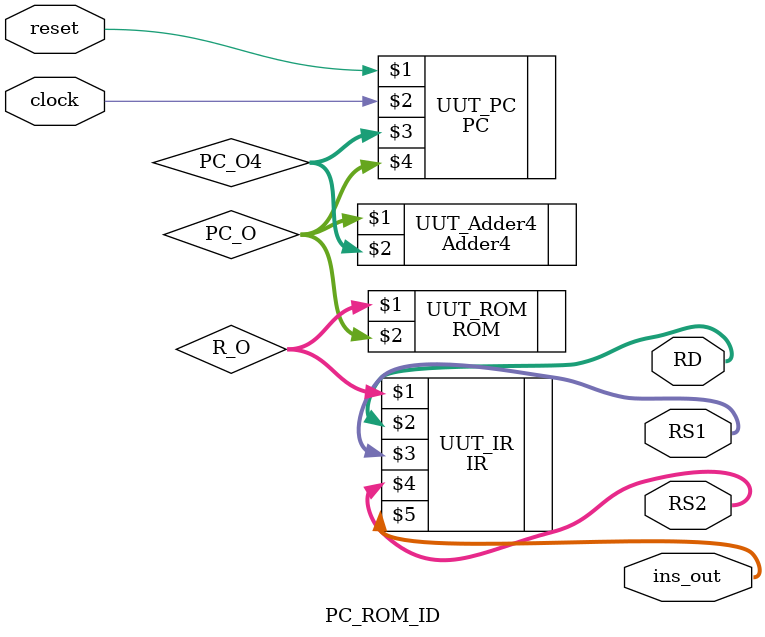
<source format=v>

module PC_ROM_ID(reset, clock, RD,RS1,RS2, ins_out);
	
	input reset, clock;
	
	
	output  [4:0] RD,RS1,RS2;
	output  reg [31:0] ins_out;
	//output  reg [31:0] ins_out;
	
	wire [31:0] PC_O,PC_O4;
	
	wire [31:0] R_O;
	
	
	 PC UUT_PC(reset, clock, PC_O4, PC_O);
	
	 Adder4 UUT_Adder4( PC_O, PC_O4);
	
	 ROM UUT_ROM(R_O, PC_O);
    IR UUT_IR(R_O, RD,RS1,RS2,ins_out );
	 

	 
	 endmodule
	 
</source>
